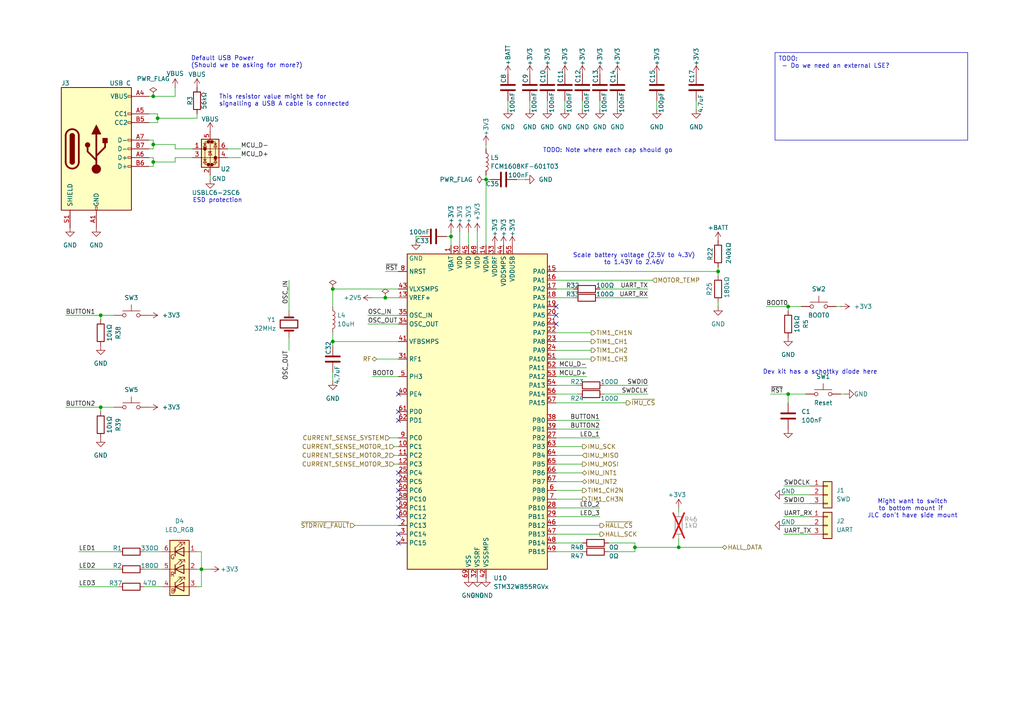
<source format=kicad_sch>
(kicad_sch (version 20250114) (generator "eeschema") (generator_version "9.0")
  (paper "A4")
  (lib_symbols
    (symbol "+BATT_1" (power) (pin_numbers (hide yes)) (pin_names (offset 0) (hide yes))
      (property "Value" "+BATT" (at 0 3.556 0))
      (symbol "+BATT_1_1_1"
        (pin power_in line (at 0 0 90) (length 0) (name "~") (number "1"))
      )
    )
    (symbol "Connector:USB_C_Receptacle_USB2.0_14P" (pin_names (offset 1.016))
      (property "Reference" "J" (at 0 22.225 0))
      (property "Value" "USB_C_Receptacle_USB2.0_14P" (at 0 19.685 0))
      (symbol "USB_C_Receptacle_USB2.0_14P_1_1"
        (pin passive line (at -7.62 -22.86 90) (length 5.08) (name "SHIELD") (number "S1"))
        (pin passive line (at 0 -22.86 90) (length 5.08) (name "GND") (number "A1"))
        (pin passive line (at 0 -22.86 90) (length 5.08) (hide yes) (name "GND") (number "A12"))
        (pin passive line (at 0 -22.86 90) (length 5.08) (hide yes) (name "GND") (number "B1"))
        (pin passive line (at 0 -22.86 90) (length 5.08) (hide yes) (name "GND") (number "B12"))
        (pin passive line (at 15.24 15.24 180) (length 5.08) (name "VBUS") (number "A4"))
        (pin passive line (at 15.24 15.24 180) (length 5.08) (hide yes) (name "VBUS") (number "A9"))
        (pin passive line (at 15.24 15.24 180) (length 5.08) (hide yes) (name "VBUS") (number "B4"))
        (pin passive line (at 15.24 15.24 180) (length 5.08) (hide yes) (name "VBUS") (number "B9"))
        (pin bidirectional line (at 15.24 10.16 180) (length 5.08) (name "CC1") (number "A5"))
        (pin bidirectional line (at 15.24 7.62 180) (length 5.08) (name "CC2") (number "B5"))
        (pin bidirectional line (at 15.24 2.54 180) (length 5.08) (name "D-") (number "A7"))
        (pin bidirectional line (at 15.24 0 180) (length 5.08) (name "D-") (number "B7"))
        (pin bidirectional line (at 15.24 -2.54 180) (length 5.08) (name "D+") (number "A6"))
        (pin bidirectional line (at 15.24 -5.08 180) (length 5.08) (name "D+") (number "B6"))
      )
    )
    (symbol "Connector_Generic:Conn_01x03" (pin_names (offset 1.016) (hide yes))
      (property "Reference" "J" (at 0 5.08 0))
      (property "Value" "Conn_01x03" (at 0 -5.08 0))
      (symbol "Conn_01x03_1_1"
        (pin passive line (at -5.08 2.54 0) (length 3.81) (name "Pin_1") (number "1"))
        (pin passive line (at -5.08 0 0) (length 3.81) (name "Pin_2") (number "2"))
        (pin passive line (at -5.08 -2.54 0) (length 3.81) (name "Pin_3") (number "3"))
      )
    )
    (symbol "Device:C" (pin_numbers (hide yes)) (pin_names (offset 0.254))
      (property "Reference" "C" (at 0.635 2.54 0))
      (property "Value" "C" (at 0.635 -2.54 0))
      (symbol "C_1_1"
        (pin passive line (at 0 3.81 270) (length 2.794) (name "~") (number "1"))
        (pin passive line (at 0 -3.81 90) (length 2.794) (name "~") (number "2"))
      )
    )
    (symbol "Device:Crystal" (pin_numbers (hide yes)) (pin_names (offset 1.016) (hide yes))
      (property "Reference" "Y" (at 0 3.81 0))
      (property "Value" "Crystal" (at 0 -3.81 0))
      (symbol "Crystal_1_1"
        (pin passive line (at -3.81 0 0) (length 1.27) (name "1") (number "1"))
        (pin passive line (at 3.81 0 180) (length 1.27) (name "2") (number "2"))
      )
    )
    (symbol "Device:L" (pin_numbers (hide yes)) (pin_names (offset 1.016) (hide yes))
      (property "Reference" "L" (at -1.27 0 90))
      (property "Value" "L" (at 1.905 0 90))
      (symbol "L_1_1"
        (pin passive line (at 0 3.81 270) (length 1.27) (name "1") (number "1"))
        (pin passive line (at 0 -3.81 90) (length 1.27) (name "2") (number "2"))
      )
    )
    (symbol "Device:R" (pin_numbers (hide yes)) (pin_names (offset 0))
      (property "Reference" "R" (at 2.032 0 90))
      (property "Value" "R" (at 0 0 90))
      (symbol "R_1_1"
        (pin passive line (at 0 3.81 270) (length 1.27) (name "~") (number "1"))
        (pin passive line (at 0 -3.81 90) (length 1.27) (name "~") (number "2"))
      )
    )
    (symbol "GND_1" (power) (pin_numbers (hide yes)) (pin_names (offset 0) (hide yes))
      (property "Value" "GND" (at 0 -3.81 0))
      (symbol "GND_1_1_1"
        (pin power_in line (at 0 0 270) (length 0) (name "~") (number "1"))
      )
    )
    (symbol "GND_2" (power) (pin_numbers (hide yes)) (pin_names (offset 0) (hide yes))
      (property "Value" "GND" (at 0 -3.81 0))
      (symbol "GND_2_1_1"
        (pin power_in line (at 0 0 270) (length 0) (name "~") (number "1"))
      )
    )
    (symbol "GND_3" (power) (pin_numbers (hide yes)) (pin_names (offset 0) (hide yes))
      (property "Value" "GND" (at 0 -3.81 0))
      (symbol "GND_3_1_1"
        (pin power_in line (at 0 0 270) (length 0) (name "~") (number "1"))
      )
    )
    (symbol "GND_4" (power) (pin_numbers (hide yes)) (pin_names (offset 0) (hide yes))
      (property "Value" "GND" (at 0 -3.81 0))
      (symbol "GND_4_1_1"
        (pin power_in line (at 0 0 270) (length 0) (name "~") (number "1"))
      )
    )
    (symbol "GND_5" (power) (pin_numbers (hide yes)) (pin_names (offset 0) (hide yes))
      (property "Value" "GND" (at 0 -3.81 0))
      (symbol "GND_5_1_1"
        (pin power_in line (at 0 0 270) (length 0) (name "~") (number "1"))
      )
    )
    (symbol "GND_6" (power) (pin_numbers (hide yes)) (pin_names (offset 0) (hide yes))
      (property "Value" "GND" (at 0 -3.81 0))
      (symbol "GND_6_1_1"
        (pin power_in line (at 0 0 270) (length 0) (name "~") (number "1"))
      )
    )
    (symbol "MCU_ST_STM32WB:STM32WB55RGVx"
      (property "Reference" "U" (at -20.32 46.99 0))
      (property "Value" "STM32WB55RGVx" (at 12.7 46.99 0))
      (symbol "STM32WB55RGVx_1_1"
        (pin input line (at -22.86 40.64 0) (length 2.54) (name "NRST") (number "8"))
        (pin power_in line (at -22.86 35.56 0) (length 2.54) (name "VLXSMPS") (number "43"))
        (pin input line (at -22.86 33.02 0) (length 2.54) (name "VREF+") (number "13"))
        (pin input line (at -22.86 27.94 0) (length 2.54) (name "OSC_IN") (number "35"))
        (pin input line (at -22.86 25.4 0) (length 2.54) (name "OSC_OUT") (number "34"))
        (pin input line (at -22.86 20.32 0) (length 2.54) (name "VFBSMPS") (number "41"))
        (pin bidirectional line (at -22.86 15.24 0) (length 2.54) (name "RF1") (number "31"))
        (pin bidirectional line (at -22.86 10.16 0) (length 2.54) (name "PH3") (number "5"))
        (pin bidirectional line (at -22.86 5.08 0) (length 2.54) (name "PE4") (number "40"))
        (pin bidirectional line (at -22.86 0 0) (length 2.54) (name "PD0") (number "61"))
        (pin bidirectional line (at -22.86 -2.54 0) (length 2.54) (name "PD1") (number "62"))
        (pin bidirectional line (at -22.86 -7.62 0) (length 2.54) (name "PC0") (number "9"))
        (pin bidirectional line (at -22.86 -10.16 0) (length 2.54) (name "PC1") (number "10"))
        (pin bidirectional line (at -22.86 -12.7 0) (length 2.54) (name "PC2") (number "11"))
        (pin bidirectional line (at -22.86 -15.24 0) (length 2.54) (name "PC3") (number "12"))
        (pin bidirectional line (at -22.86 -17.78 0) (length 2.54) (name "PC4") (number "25"))
        (pin bidirectional line (at -22.86 -20.32 0) (length 2.54) (name "PC5") (number "26"))
        (pin bidirectional line (at -22.86 -22.86 0) (length 2.54) (name "PC6") (number "50"))
        (pin bidirectional line (at -22.86 -25.4 0) (length 2.54) (name "PC10") (number "58"))
        (pin bidirectional line (at -22.86 -27.94 0) (length 2.54) (name "PC11") (number "59"))
        (pin bidirectional line (at -22.86 -30.48 0) (length 2.54) (name "PC12") (number "60"))
        (pin bidirectional line (at -22.86 -33.02 0) (length 2.54) (name "PC13") (number "2"))
        (pin bidirectional line (at -22.86 -35.56 0) (length 2.54) (name "PC14") (number "3"))
        (pin bidirectional line (at -22.86 -38.1 0) (length 2.54) (name "PC15") (number "4"))
        (pin no_connect line (at -20.32 -43.18 0) (length 2.54) (hide yes) (name "AT1") (number "37"))
        (pin no_connect line (at -20.32 -45.72 0) (length 2.54) (hide yes) (name "AT0") (number "36"))
        (pin power_in line (at -7.62 48.26 270) (length 2.54) (name "VBAT") (number "1"))
        (pin power_in line (at -5.08 48.26 270) (length 2.54) (name "VDD") (number "30"))
        (pin power_in line (at -2.54 48.26 270) (length 2.54) (name "VDD") (number "45"))
        (pin power_in line (at -2.54 -48.26 90) (length 2.54) (name "VSS") (number "69"))
        (pin power_in line (at 0 48.26 270) (length 2.54) (name "VDD") (number "68"))
        (pin power_in line (at 0 -48.26 90) (length 2.54) (name "VSSRF") (number "32"))
        (pin power_in line (at 2.54 48.26 270) (length 2.54) (name "VDDA") (number "14"))
        (pin power_in line (at 2.54 -48.26 90) (length 2.54) (name "VSSSMPS") (number "42"))
        (pin power_in line (at 5.08 48.26 270) (length 2.54) (name "VDDRF") (number "33"))
        (pin power_in line (at 7.62 48.26 270) (length 2.54) (name "VDDSMPS") (number "44"))
        (pin power_in line (at 10.16 48.26 270) (length 2.54) (name "VDDUSB") (number "55"))
        (pin bidirectional line (at 22.86 40.64 180) (length 2.54) (name "PA0") (number "15"))
        (pin bidirectional line (at 22.86 38.1 180) (length 2.54) (name "PA1") (number "16"))
        (pin bidirectional line (at 22.86 35.56 180) (length 2.54) (name "PA2") (number "17"))
        (pin bidirectional line (at 22.86 33.02 180) (length 2.54) (name "PA3") (number "18"))
        (pin bidirectional line (at 22.86 30.48 180) (length 2.54) (name "PA4") (number "19"))
        (pin bidirectional line (at 22.86 27.94 180) (length 2.54) (name "PA5") (number "20"))
        (pin bidirectional line (at 22.86 25.4 180) (length 2.54) (name "PA6") (number "21"))
        (pin bidirectional line (at 22.86 22.86 180) (length 2.54) (name "PA7") (number "22"))
        (pin bidirectional line (at 22.86 20.32 180) (length 2.54) (name "PA8") (number "23"))
        (pin bidirectional line (at 22.86 17.78 180) (length 2.54) (name "PA9") (number "24"))
        (pin bidirectional line (at 22.86 15.24 180) (length 2.54) (name "PA10") (number "51"))
        (pin bidirectional line (at 22.86 12.7 180) (length 2.54) (name "PA11") (number "52"))
        (pin bidirectional line (at 22.86 10.16 180) (length 2.54) (name "PA12") (number "53"))
        (pin bidirectional line (at 22.86 7.62 180) (length 2.54) (name "PA13") (number "54"))
        (pin bidirectional line (at 22.86 5.08 180) (length 2.54) (name "PA14") (number "56"))
        (pin bidirectional line (at 22.86 2.54 180) (length 2.54) (name "PA15") (number "57"))
        (pin bidirectional line (at 22.86 -2.54 180) (length 2.54) (name "PB0") (number "38"))
        (pin bidirectional line (at 22.86 -5.08 180) (length 2.54) (name "PB1") (number "39"))
        (pin bidirectional line (at 22.86 -7.62 180) (length 2.54) (name "PB2") (number "27"))
        (pin bidirectional line (at 22.86 -10.16 180) (length 2.54) (name "PB3") (number "63"))
        (pin bidirectional line (at 22.86 -12.7 180) (length 2.54) (name "PB4") (number "64"))
        (pin bidirectional line (at 22.86 -15.24 180) (length 2.54) (name "PB5") (number "65"))
        (pin bidirectional line (at 22.86 -17.78 180) (length 2.54) (name "PB6") (number "66"))
        (pin bidirectional line (at 22.86 -20.32 180) (length 2.54) (name "PB7") (number "67"))
        (pin bidirectional line (at 22.86 -22.86 180) (length 2.54) (name "PB8") (number "6"))
        (pin bidirectional line (at 22.86 -25.4 180) (length 2.54) (name "PB9") (number "7"))
        (pin bidirectional line (at 22.86 -27.94 180) (length 2.54) (name "PB10") (number "28"))
        (pin bidirectional line (at 22.86 -30.48 180) (length 2.54) (name "PB11") (number "29"))
        (pin bidirectional line (at 22.86 -33.02 180) (length 2.54) (name "PB12") (number "46"))
        (pin bidirectional line (at 22.86 -35.56 180) (length 2.54) (name "PB13") (number "47"))
        (pin bidirectional line (at 22.86 -38.1 180) (length 2.54) (name "PB14") (number "48"))
        (pin bidirectional line (at 22.86 -40.64 180) (length 2.54) (name "PB15") (number "49"))
      )
    )
    (symbol "Power_Protection:USBLC6-2SC6" (pin_names (hide yes))
      (property "Reference" "U" (at 0.635 5.715 0))
      (property "Value" "USBLC6-2SC6" (at 0.635 3.81 0))
      (symbol "USBLC6-2SC6_1_1"
        (pin passive line (at -5.08 0 0) (length 2.54) (name "I/O1") (number "1"))
        (pin passive line (at -5.08 -2.54 0) (length 2.54) (name "I/O2") (number "3"))
        (pin passive line (at 0 5.08 270) (length 2.54) (name "VBUS") (number "5"))
        (pin passive line (at 0 -7.62 90) (length 2.54) (name "GND") (number "2"))
        (pin passive line (at 5.08 0 180) (length 2.54) (name "I/O1") (number "6"))
        (pin passive line (at 5.08 -2.54 180) (length 2.54) (name "I/O2") (number "4"))
      )
    )
    (symbol "Switch:SW_Push" (pin_numbers (hide yes)) (pin_names (offset 1.016) (hide yes))
      (property "Reference" "SW" (at 1.27 2.54 0))
      (property "Value" "SW_Push" (at 0 -1.524 0))
      (symbol "SW_Push_0_1"
        (pin passive line (at -5.08 0 0) (length 2.54) (name "1") (number "1"))
        (pin passive line (at 5.08 0 180) (length 2.54) (name "2") (number "2"))
      )
    )
    (symbol "VBUS_1" (power) (pin_numbers (hide yes)) (pin_names (offset 0) (hide yes))
      (property "Value" "VBUS" (at 0 3.556 0))
      (symbol "VBUS_1_1_1"
        (pin power_in line (at 0 0 90) (length 0) (name "~") (number "1"))
      )
    )
    (symbol "lib:LED_RGB" (pin_names (offset 0) (hide yes))
      (property "Reference" "D" (at 0 9.398 0))
      (property "Value" "LED_RGB" (at 0 -8.89 0))
      (symbol "LED_RGB_0_0"
        (text "G" (at -2.032 3.556 0) (effects (font (size 1.27 1.27))))
        (text "R" (at -2.032 -1.524 0) (effects (font (size 1.27 1.27))))
        (text "B" (at -1.905 -6.35 0) (effects (font (size 1.27 1.27))))
      )
      (symbol "LED_RGB_1_1"
        (pin passive line (at -5.08 5.08 0) (length 2.54) (name "GK") (number "6"))
        (pin passive line (at -5.08 0 0) (length 2.54) (name "RK") (number "5"))
        (pin passive line (at -5.08 -5.08 0) (length 2.54) (name "BK") (number "4"))
        (pin passive line (at 5.08 5.08 180) (length 2.54) (name "GA") (number "1"))
        (pin passive line (at 5.08 0 180) (length 2.54) (name "RA") (number "2"))
        (pin passive line (at 5.08 -5.08 180) (length 2.54) (name "BA") (number "3"))
      )
    )
    (symbol "power:+2V5" (power) (pin_numbers (hide yes)) (pin_names (offset 0) (hide yes))
      (property "Value" "+2V5" (at 0 3.556 0))
      (symbol "+2V5_1_1"
        (pin power_in line (at 0 0 90) (length 0) (name "~") (number "1"))
      )
    )
    (symbol "power:+3V3" (power) (pin_numbers (hide yes)) (pin_names (offset 0) (hide yes))
      (property "Value" "+3V3" (at 0 3.556 0))
      (symbol "+3V3_1_1"
        (pin power_in line (at 0 0 90) (length 0) (name "~") (number "1"))
      )
    )
    (symbol "power:+BATT" (power) (pin_numbers (hide yes)) (pin_names (offset 0) (hide yes))
      (property "Value" "+BATT" (at 0 3.556 0))
      (symbol "+BATT_1_1"
        (pin power_in line (at 0 0 90) (length 0) (name "~") (number "1"))
      )
    )
    (symbol "power:GND" (power) (pin_numbers (hide yes)) (pin_names (offset 0) (hide yes))
      (property "Value" "GND" (at 0 -3.81 0))
      (symbol "GND_1_1"
        (pin power_in line (at 0 0 270) (length 0) (name "~") (number "1"))
      )
    )
    (symbol "power:PWR_FLAG" (power) (pin_numbers (hide yes)) (pin_names (offset 0) (hide yes))
      (property "Value" "PWR_FLAG" (at 0 3.81 0))
      (symbol "PWR_FLAG_0_0"
        (pin power_out line (at 0 0 90) (length 0) (name "~") (number "1"))
      )
    )
  )
  (text "TODO: Note where each cap should go" (at 176.276 43.688 0) (effects (font (size 1.27 1.27))))
  (text "Might want to switch\nto bottom mount if \nJLC don't have side mount" (at 264.668 147.574 0) (effects (font (size 1.27 1.27))))
  (text "Default USB Power\n(Should we be asking for more?)" (at 55.372 19.812 0) (effects (font (size 1.27 1.27)) (justify left bottom)))
  (text "This resistor value might be for\nsignalling a USB A cable is connected" (at 63.5 29.21 0) (effects (font (size 1.27 1.27)) (justify left)))
  (text "Scale battery voltage (2.5V to 4.3V)\nto 1.43V to 2.46V" (at 183.896 75.184 0) (effects (font (size 1.27 1.27))))
  (text "ESD protection\n" (at 55.88 58.928 0) (effects (font (size 1.27 1.27)) (justify left bottom)))
  (text "Dev kit has a schottky diode here" (at 221.234 108.712 0) (effects (font (size 1.27 1.27)) (justify left bottom)))
  (text_box "TODO:\n - Do we need an external LSE?" (at 224.79 15.24 0) (size 55.88 25.4) (margins 0.9525 0.9525 0.9525 0.9525) (effects (font (size 1.27 1.27)) (justify left top)))
  (junction (at 228.6 114.3))
  (junction (at 96.52 99.06))
  (junction (at 184.15 158.75))
  (junction (at 29.21 118.11))
  (junction (at 130.81 68.58))
  (junction (at 29.21 91.44))
  (junction (at 140.97 52.07))
  (junction (at 58.42 165.1))
  (junction (at 45.72 34.29))
  (junction (at 44.45 46.99))
  (junction (at 196.85 158.75))
  (junction (at 228.6 88.9))
  (junction (at 111.76 86.36))
  (junction (at 208.28 78.74))
  (junction (at 44.45 27.94))
  (junction (at 96.52 83.82))
  (junction (at 44.45 41.91))
  (no_connect (at 115.57 154.94))
  (no_connect (at 115.57 137.16))
  (no_connect (at 115.57 144.78))
  (no_connect (at 115.57 142.24))
  (no_connect (at 161.29 93.98))
  (no_connect (at 115.57 139.7))
  (no_connect (at 115.57 119.38))
  (no_connect (at 115.57 149.86))
  (no_connect (at 115.57 114.3))
  (no_connect (at 115.57 147.32))
  (no_connect (at 161.29 91.44))
  (no_connect (at 161.29 88.9))
  (no_connect (at 115.57 121.92))
  (no_connect (at 115.57 157.48))
  (wire (pts (xy 60.96 52.07) (xy 60.96 50.8)))
  (wire (pts (xy 114.3 132.08) (xy 115.57 132.08)))
  (wire (pts (xy 45.72 34.29) (xy 45.72 35.56)))
  (wire (pts (xy 41.91 165.1) (xy 46.99 165.1)))
  (wire (pts (xy 140.97 41.91) (xy 140.97 43.18)))
  (wire (pts (xy 45.72 33.02) (xy 45.72 34.29)))
  (wire (pts (xy 227.33 149.86) (xy 234.95 149.86)))
  (wire (pts (xy 107.95 86.36) (xy 111.76 86.36)))
  (wire (pts (xy 223.52 114.3) (xy 228.6 114.3)))
  (wire (pts (xy 41.91 160.02) (xy 46.99 160.02)))
  (wire (pts (xy 57.15 170.18) (xy 58.42 170.18)))
  (wire (pts (xy 44.45 27.94) (xy 50.8 27.94)))
  (wire (pts (xy 161.29 99.06) (xy 171.45 99.06)))
  (wire (pts (xy 34.29 170.18) (xy 22.86 170.18)))
  (wire (pts (xy 120.65 68.58) (xy 120.65 69.85)))
  (wire (pts (xy 222.25 88.9) (xy 228.6 88.9)))
  (wire (pts (xy 173.99 83.82) (xy 187.96 83.82)))
  (wire (pts (xy 57.15 165.1) (xy 58.42 165.1)))
  (wire (pts (xy 34.29 160.02) (xy 22.86 160.02)))
  (wire (pts (xy 57.15 34.29) (xy 57.15 33.02)))
  (wire (pts (xy 29.21 91.44) (xy 33.02 91.44)))
  (wire (pts (xy 29.21 118.11) (xy 29.21 119.38)))
  (wire (pts (xy 243.84 88.9) (xy 242.57 88.9)))
  (wire (pts (xy 106.68 93.98) (xy 115.57 93.98)))
  (wire (pts (xy 120.65 68.58) (xy 121.92 68.58)))
  (wire (pts (xy 228.6 114.3) (xy 228.6 116.84)))
  (wire (pts (xy 43.18 33.02) (xy 45.72 33.02)))
  (wire (pts (xy 161.29 83.82) (xy 166.37 83.82)))
  (wire (pts (xy 228.6 88.9) (xy 232.41 88.9)))
  (wire (pts (xy 161.29 127) (xy 173.99 127)))
  (wire (pts (xy 55.88 43.18) (xy 50.8 43.18)))
  (wire (pts (xy 142.24 52.07) (xy 140.97 52.07)))
  (wire (pts (xy 107.95 109.22) (xy 115.57 109.22)))
  (wire (pts (xy 96.52 83.82) (xy 115.57 83.82)))
  (wire (pts (xy 161.29 149.86) (xy 173.99 149.86)))
  (wire (pts (xy 19.05 91.44) (xy 29.21 91.44)))
  (wire (pts (xy 161.29 154.94) (xy 173.99 154.94)))
  (wire (pts (xy 176.53 157.48) (xy 184.15 157.48)))
  (wire (pts (xy 228.6 114.3) (xy 233.68 114.3)))
  (wire (pts (xy 196.85 147.32) (xy 196.85 148.59)))
  (wire (pts (xy 227.33 146.05) (xy 234.95 146.05)))
  (wire (pts (xy 161.29 137.16) (xy 168.91 137.16)))
  (wire (pts (xy 111.76 78.74) (xy 115.57 78.74)))
  (wire (pts (xy 161.29 124.46) (xy 173.99 124.46)))
  (wire (pts (xy 163.83 31.75) (xy 163.83 29.21)))
  (wire (pts (xy 196.85 158.75) (xy 209.55 158.75)))
  (wire (pts (xy 57.15 160.02) (xy 58.42 160.02)))
  (wire (pts (xy 44.45 41.91) (xy 50.8 41.91)))
  (wire (pts (xy 245.11 114.3) (xy 243.84 114.3)))
  (wire (pts (xy 208.28 77.47) (xy 208.28 78.74)))
  (wire (pts (xy 50.8 45.72) (xy 55.88 45.72)))
  (wire (pts (xy 161.29 86.36) (xy 166.37 86.36)))
  (wire (pts (xy 184.15 158.75) (xy 196.85 158.75)))
  (wire (pts (xy 102.87 152.4) (xy 115.57 152.4)))
  (wire (pts (xy 45.72 35.56) (xy 43.18 35.56)))
  (wire (pts (xy 161.29 129.54) (xy 168.91 129.54)))
  (wire (pts (xy 161.29 114.3) (xy 167.64 114.3)))
  (wire (pts (xy 44.45 46.99) (xy 50.8 46.99)))
  (wire (pts (xy 190.5 31.75) (xy 190.5 29.21)))
  (wire (pts (xy 227.33 140.97) (xy 234.95 140.97)))
  (wire (pts (xy 135.89 67.31) (xy 135.89 71.12)))
  (wire (pts (xy 96.52 110.49) (xy 96.52 107.95)))
  (wire (pts (xy 130.81 68.58) (xy 130.81 71.12)))
  (wire (pts (xy 44.45 45.72) (xy 44.45 46.99)))
  (wire (pts (xy 50.8 43.18) (xy 50.8 41.91)))
  (wire (pts (xy 69.85 43.18) (xy 66.04 43.18)))
  (wire (pts (xy 114.3 134.62) (xy 115.57 134.62)))
  (wire (pts (xy 161.29 152.4) (xy 173.99 152.4)))
  (wire (pts (xy 44.45 41.91) (xy 44.45 43.18)))
  (wire (pts (xy 153.67 31.75) (xy 153.67 29.21)))
  (wire (pts (xy 69.85 45.72) (xy 66.04 45.72)))
  (wire (pts (xy 29.21 118.11) (xy 33.02 118.11)))
  (wire (pts (xy 161.29 104.14) (xy 171.45 104.14)))
  (wire (pts (xy 96.52 99.06) (xy 96.52 100.33)))
  (wire (pts (xy 43.18 48.26) (xy 44.45 48.26)))
  (wire (pts (xy 208.28 80.01) (xy 208.28 78.74)))
  (wire (pts (xy 176.53 160.02) (xy 184.15 160.02)))
  (wire (pts (xy 96.52 99.06) (xy 115.57 99.06)))
  (wire (pts (xy 58.42 160.02) (xy 58.42 165.1)))
  (wire (pts (xy 161.29 109.22) (xy 170.18 109.22)))
  (wire (pts (xy 138.43 67.31) (xy 138.43 71.12)))
  (wire (pts (xy 173.99 31.75) (xy 173.99 29.21)))
  (wire (pts (xy 29.21 91.44) (xy 29.21 92.71)))
  (wire (pts (xy 44.45 40.64) (xy 44.45 41.91)))
  (wire (pts (xy 43.18 43.18) (xy 44.45 43.18)))
  (wire (pts (xy 175.26 111.76) (xy 187.96 111.76)))
  (wire (pts (xy 161.29 132.08) (xy 168.91 132.08)))
  (wire (pts (xy 83.82 81.28) (xy 83.82 90.17)))
  (wire (pts (xy 161.29 101.6) (xy 171.45 101.6)))
  (wire (pts (xy 50.8 27.94) (xy 50.8 25.4)))
  (wire (pts (xy 168.91 31.75) (xy 168.91 29.21)))
  (wire (pts (xy 83.82 97.79) (xy 83.82 101.6)))
  (wire (pts (xy 179.07 31.75) (xy 179.07 29.21)))
  (wire (pts (xy 227.33 143.51) (xy 234.95 143.51)))
  (wire (pts (xy 114.3 129.54) (xy 115.57 129.54)))
  (wire (pts (xy 161.29 160.02) (xy 168.91 160.02)))
  (wire (pts (xy 45.72 34.29) (xy 57.15 34.29)))
  (wire (pts (xy 184.15 158.75) (xy 184.15 160.02)))
  (wire (pts (xy 161.29 111.76) (xy 167.64 111.76)))
  (wire (pts (xy 227.33 154.94) (xy 234.95 154.94)))
  (wire (pts (xy 106.68 91.44) (xy 115.57 91.44)))
  (wire (pts (xy 113.03 127) (xy 115.57 127)))
  (wire (pts (xy 161.29 147.32) (xy 173.99 147.32)))
  (wire (pts (xy 19.05 118.11) (xy 29.21 118.11)))
  (wire (pts (xy 44.45 46.99) (xy 44.45 48.26)))
  (wire (pts (xy 161.29 121.92) (xy 173.99 121.92)))
  (wire (pts (xy 129.54 68.58) (xy 130.81 68.58)))
  (wire (pts (xy 161.29 142.24) (xy 168.91 142.24)))
  (wire (pts (xy 58.42 165.1) (xy 58.42 170.18)))
  (wire (pts (xy 96.52 83.82) (xy 96.52 88.9)))
  (wire (pts (xy 41.91 170.18) (xy 46.99 170.18)))
  (wire (pts (xy 140.97 50.8) (xy 140.97 52.07)))
  (wire (pts (xy 43.18 45.72) (xy 44.45 45.72)))
  (wire (pts (xy 161.29 81.28) (xy 189.23 81.28)))
  (wire (pts (xy 43.18 27.94) (xy 44.45 27.94)))
  (wire (pts (xy 44.45 40.64) (xy 43.18 40.64)))
  (wire (pts (xy 140.97 52.07) (xy 140.97 71.12)))
  (wire (pts (xy 158.75 31.75) (xy 158.75 29.21)))
  (wire (pts (xy 201.93 31.75) (xy 201.93 29.21)))
  (wire (pts (xy 161.29 116.84) (xy 181.61 116.84)))
  (wire (pts (xy 133.35 67.31) (xy 133.35 71.12)))
  (wire (pts (xy 208.28 88.9) (xy 208.28 87.63)))
  (wire (pts (xy 175.26 114.3) (xy 187.96 114.3)))
  (wire (pts (xy 152.4 52.07) (xy 149.86 52.07)))
  (wire (pts (xy 109.22 104.14) (xy 115.57 104.14)))
  (wire (pts (xy 130.81 67.31) (xy 130.81 68.58)))
  (wire (pts (xy 50.8 46.99) (xy 50.8 45.72)))
  (wire (pts (xy 161.29 144.78) (xy 168.91 144.78)))
  (wire (pts (xy 227.33 152.4) (xy 234.95 152.4)))
  (wire (pts (xy 111.76 86.36) (xy 115.57 86.36)))
  (wire (pts (xy 161.29 78.74) (xy 208.28 78.74)))
  (wire (pts (xy 161.29 139.7) (xy 168.91 139.7)))
  (wire (pts (xy 228.6 88.9) (xy 228.6 90.17)))
  (wire (pts (xy 184.15 157.48) (xy 184.15 158.75)))
  (wire (pts (xy 196.85 156.21) (xy 196.85 158.75)))
  (wire (pts (xy 147.32 31.75) (xy 147.32 29.21)))
  (wire (pts (xy 161.29 96.52) (xy 171.45 96.52)))
  (wire (pts (xy 58.42 165.1) (xy 60.96 165.1)))
  (wire (pts (xy 96.52 96.52) (xy 96.52 99.06)))
  (wire (pts (xy 161.29 157.48) (xy 168.91 157.48)))
  (wire (pts (xy 168.91 134.62) (xy 161.29 134.62)))
  (wire (pts (xy 34.29 165.1) (xy 22.86 165.1)))
  (wire (pts (xy 173.99 86.36) (xy 187.96 86.36)))
  (wire (pts (xy 161.29 106.68) (xy 170.18 106.68)))
  (label "LED_2" (at 173.99 147.32 180))
  (label "MCU_D+" (at 69.85 45.72 0))
  (label "SWDIO" (at 227.33 146.05 0))
  (label "OSC_IN" (at 106.68 91.44 0))
  (label "UART_RX" (at 227.33 149.86 0))
  (label "MCU_D-" (at 69.85 43.18 0))
  (label "SWDCLK" (at 187.96 114.3 180))
  (label "BUTTON1" (at 19.05 91.44 0))
  (label "OSC_IN" (at 83.82 81.28 270))
  (label "BUTTON2" (at 19.05 118.11 0))
  (label "BOOT0" (at 107.95 109.22 0))
  (label "UART_RX" (at 187.96 86.36 180))
  (label "OSC_OUT" (at 106.68 93.98 0))
  (label "LED2" (at 22.86 165.1 0))
  (label "~{RST}" (at 223.52 114.3 0))
  (label "SWDIO" (at 187.96 111.76 180))
  (label "UART_TX" (at 227.33 154.94 0))
  (label "BUTTON1" (at 173.99 121.92 180))
  (label "UART_TX" (at 187.96 83.82 180))
  (label "MCU_D-" (at 170.18 106.68 180))
  (label "BOOT0" (at 222.25 88.9 0))
  (label "LED_3" (at 173.99 149.86 180))
  (label "LED_1" (at 173.99 127 180))
  (label "BUTTON2" (at 173.99 124.46 180))
  (label "LED1" (at 22.86 160.02 0))
  (label "SWDCLK" (at 227.33 140.97 0))
  (label "OSC_OUT" (at 83.82 101.6 270))
  (label "MCU_D+" (at 170.18 109.22 180))
  (label "~{RST}" (at 111.76 78.74 0))
  (label "LED3" (at 22.86 170.18 0))
  (hierarchical_label "TIM1_CH2N" (shape output) (at 168.91 142.24 0))
  (hierarchical_label "TIM1_CH1" (shape output) (at 171.45 99.06 0))
  (hierarchical_label "IMU_INT1" (shape bidirectional) (at 168.91 137.16 0))
  (hierarchical_label "~{HALL_CS}" (shape output) (at 173.99 152.4 0))
  (hierarchical_label "IMU_SCK" (shape output) (at 168.91 129.54 0))
  (hierarchical_label "IMU_INT2" (shape bidirectional) (at 168.91 139.7 0))
  (hierarchical_label "IMU_MOSI" (shape output) (at 168.91 134.62 0))
  (hierarchical_label "TIM1_CH3" (shape output) (at 171.45 104.14 0))
  (hierarchical_label "HALL_DATA" (shape bidirectional) (at 209.55 158.75 0))
  (hierarchical_label "~{IMU_CS}" (shape output) (at 181.61 116.84 0))
  (hierarchical_label "RF" (shape bidirectional) (at 109.22 104.14 180))
  (hierarchical_label "TIM1_CH1N" (shape output) (at 171.45 96.52 0))
  (hierarchical_label "CURRENT_SENSE_MOTOR_1" (shape input) (at 114.3 129.54 180))
  (hierarchical_label "CURRENT_SENSE_MOTOR_2" (shape input) (at 114.3 132.08 180))
  (hierarchical_label "HALL_SCK" (shape output) (at 173.99 154.94 0))
  (hierarchical_label "TIM1_CH3N" (shape output) (at 168.91 144.78 0))
  (hierarchical_label "CURRENT_SENSE_MOTOR_3" (shape input) (at 114.3 134.62 180))
  (hierarchical_label "MOTOR_TEMP" (shape input) (at 189.23 81.28 0))
  (hierarchical_label "TIM1_CH2" (shape output) (at 171.45 101.6 0))
  (hierarchical_label "~{STDRIVE_FAULT}" (shape input) (at 102.87 152.4 180))
  (hierarchical_label "IMU_MISO" (shape input) (at 168.91 132.08 0))
  (hierarchical_label "CURRENT_SENSE_SYSTEM" (shape input) (at 113.03 127 180))
  (symbol (lib_name "GND_6") (lib_id "power:GND") (at 227.33 152.4 270) (unit 1)
    (property "Reference" "#PWR02" (effects (hide yes)))
    (property "Value" "GND" (at 230.632 151.384 90) (effects (justify right)))
    (property "Description" "Power symbol creates a global label with name \"GND\" , ground" (effects (hide yes)))
  )
  (symbol (lib_id "Device:R") (at 38.1 160.02 90) (unit 1)
    (property "Reference" "R1" (at 34.036 159.004 90))
    (property "Value" "330Ω" (at 43.434 159.004 90))
    (property "Footprint" "Resistor_SMD:R_0402_1005Metric" (effects (hide yes)))
  )
  (symbol (lib_id "Device:R") (at 172.72 160.02 90) (unit 1)
    (property "Reference" "R47" (at 167.386 161.29 90))
    (property "Value" "0Ω" (at 178.054 161.29 90))
    (property "Footprint" "Resistor_SMD:R_0402_1005Metric" (effects (hide yes)))
  )
  (symbol (lib_id "Device:R") (at 172.72 157.48 90) (unit 1)
    (property "Reference" "R48" (at 167.386 158.75 90))
    (property "Value" "0Ω" (at 178.054 158.75 90))
    (property "Footprint" "Resistor_SMD:R_0402_1005Metric" (effects (hide yes)))
  )
  (symbol (lib_id "power:+3V3") (at 146.05 71.12 0) (unit 1)
    (property "Reference" "#PWR0104" (effects (hide yes)))
    (property "Value" "+3V3" (at 146.05 66.04 90))
    (property "Description" "Power symbol creates a global label with name \"+3V3\"" (effects (hide yes)))
  )
  (symbol (lib_id "Device:R") (at 228.6 93.98 180) (unit 1)
    (property "Reference" "R5" (at 233.68 93.98 90))
    (property "Value" "10kΩ" (at 231.14 93.98 90))
    (property "Footprint" "Resistor_SMD:R_0402_1005Metric" (effects (hide yes)))
  )
  (symbol (lib_id "Connector:USB_C_Receptacle_USB2.0_14P") (at 27.94 43.18 0) (unit 1)
    (property "Reference" "J3" (at 17.78 24.13 0) (effects (justify left)))
    (property "Value" "USB C" (at 31.75 24.13 0) (effects (justify left)))
    (property "Datasheet" "https://www.usb.org/sites/default/files/documents/usb_type-c.zip" (effects (hide yes)))
  )
  (symbol (lib_id "power:+3V3") (at 243.84 88.9 270) (unit 1)
    (property "Reference" "#PWR027" (effects (hide yes)))
    (property "Value" "+3V3" (at 247.65 88.8999 90) (effects (justify left)))
    (property "Description" "Power symbol creates a global label with name \"+3V3\"" (effects (hide yes)))
  )
  (symbol (lib_name "GND_1") (lib_id "power:GND") (at 179.07 31.75 0) (unit 1)
    (property "Reference" "#PWR046" (effects (hide yes)))
    (property "Value" "GND" (at 179.07 36.83 0))
    (property "Description" "Power symbol creates a global label with name \"GND\" , ground" (effects (hide yes)))
  )
  (symbol (lib_name "+BATT_1") (lib_id "power:+BATT") (at 147.32 21.59 0) (unit 1)
    (property "Reference" "#PWR030" (effects (hide yes)))
    (property "Value" "+BATT" (at 147.32 16.002 90))
    (property "Description" "Power symbol creates a global label with name \"+BATT\"" (effects (hide yes)))
  )
  (symbol (lib_id "Device:C") (at 125.73 68.58 90) (unit 1)
    (property "Reference" "C33" (at 124.46 69.85 90) (effects (justify left)))
    (property "Value" "100nF" (at 124.714 67.31 90) (effects (justify left)))
    (property "Footprint" "Capacitor_SMD:C_0402_1005Metric" (effects (hide yes)))
  )
  (symbol (lib_name "GND_1") (lib_id "power:GND") (at 228.6 97.79 0) (unit 1)
    (property "Reference" "#PWR090" (effects (hide yes)))
    (property "Value" "GND" (at 228.6 102.87 0))
    (property "Description" "Power symbol creates a global label with name \"GND\" , ground" (effects (hide yes)))
  )
  (symbol (lib_id "Device:C") (at 158.75 25.4 0) (unit 1)
    (property "Reference" "C10" (at 157.48 24.13 90) (effects (justify left)))
    (property "Value" "100nF" (at 160.02 32.766 90) (effects (justify left)))
    (property "Footprint" "Capacitor_SMD:C_0402_1005Metric" (effects (hide yes)))
  )
  (symbol (lib_id "Device:C") (at 163.83 25.4 0) (unit 1)
    (property "Reference" "C11" (at 162.56 24.13 90) (effects (justify left)))
    (property "Value" "100nF" (at 165.1 32.766 90) (effects (justify left)))
    (property "Footprint" "Capacitor_SMD:C_0402_1005Metric" (effects (hide yes)))
  )
  (symbol (lib_id "Switch:SW_Push") (at 238.76 114.3 0) (unit 1)
    (property "Reference" "SW1" (at 238.76 109.22 0))
    (property "Value" "Reset" (at 238.76 116.84 0))
  )
  (symbol (lib_id "power:GND") (at 135.89 167.64 0) (unit 1)
    (property "Reference" "#PWR019" (effects (hide yes)))
    (property "Value" "GND" (at 135.89 172.72 0))
    (property "Description" "Power symbol creates a global label with name \"GND\" , ground" (effects (hide yes)))
  )
  (symbol (lib_name "GND_1") (lib_id "power:GND") (at 60.96 52.07 0) (unit 1)
    (property "Reference" "#PWR056" (effects (hide yes)))
    (property "Value" "GND" (at 63.5 51.816 0))
    (property "Description" "Power symbol creates a global label with name \"GND\" , ground" (effects (hide yes)))
  )
  (symbol (lib_id "power:+3V3") (at 179.07 21.59 0) (unit 1)
    (property "Reference" "#PWR045" (effects (hide yes)))
    (property "Value" "+3V3" (at 179.07 16.51 90))
    (property "Description" "Power symbol creates a global label with name \"+3V3\"" (effects (hide yes)))
  )
  (symbol (lib_id "Device:C") (at 201.93 25.4 0) (unit 1)
    (property "Reference" "C17" (at 200.66 24.13 90) (effects (justify left)))
    (property "Value" "4.7uF" (at 203.2 32.766 90) (effects (justify left)))
    (property "Footprint" "Capacitor_SMD:C_0402_1005Metric" (effects (hide yes)))
    (property "Description" "VDDSMPS" (effects (hide yes)))
  )
  (symbol (lib_id "power:+3V3") (at 196.85 147.32 0) (unit 1)
    (property "Reference" "#PWR0115" (effects (hide yes)))
    (property "Value" "+3V3" (at 196.342 143.51 0))
    (property "Description" "Power symbol creates a global label with name \"+3V3\"" (effects (hide yes)))
  )
  (symbol (lib_name "GND_1") (lib_id "power:GND") (at 152.4 52.07 90) (unit 1)
    (property "Reference" "#PWR0106" (effects (hide yes)))
    (property "Value" "GND" (at 156.21 52.0699 90) (effects (justify right)))
    (property "Description" "Power symbol creates a global label with name \"GND\" , ground" (effects (hide yes)))
  )
  (symbol (lib_id "power:+3V3") (at 143.51 71.12 0) (unit 1)
    (property "Reference" "#PWR0103" (effects (hide yes)))
    (property "Value" "+3V3" (at 143.51 66.04 90))
    (property "Description" "Power symbol creates a global label with name \"+3V3\"" (effects (hide yes)))
  )
  (symbol (lib_name "GND_1") (lib_id "power:GND") (at 158.75 31.75 0) (unit 1)
    (property "Reference" "#PWR037" (effects (hide yes)))
    (property "Value" "GND" (at 158.75 36.83 0))
    (property "Description" "Power symbol creates a global label with name \"GND\" , ground" (effects (hide yes)))
  )
  (symbol (lib_id "power:+3V3") (at 153.67 21.59 0) (unit 1)
    (property "Reference" "#PWR034" (effects (hide yes)))
    (property "Value" "+3V3" (at 153.67 16.51 90))
    (property "Description" "Power symbol creates a global label with name \"+3V3\"" (effects (hide yes)))
  )
  (symbol (lib_id "Device:R") (at 38.1 165.1 90) (unit 1)
    (property "Reference" "R2" (at 34.036 164.084 90))
    (property "Value" "180Ω" (at 43.434 164.084 90))
    (property "Footprint" "Resistor_SMD:R_0402_1005Metric" (effects (hide yes)))
  )
  (symbol (lib_name "GND_2") (lib_id "power:GND") (at 29.21 127 0) (unit 1)
    (property "Reference" "#PWR0109" (effects (hide yes)))
    (property "Value" "GND" (at 29.21 132.08 0))
    (property "Description" "Power symbol creates a global label with name \"GND\" , ground" (effects (hide yes)))
  )
  (symbol (lib_id "MCU_ST_STM32WB:STM32WB55RGVx") (at 138.43 119.38 0) (unit 1)
    (property "Reference" "U10" (at 143.1133 167.64 0) (effects (justify left)))
    (property "Value" "STM32WB55RGVx" (at 143.1133 170.18 0) (effects (justify left)))
    (property "Footprint" "Package_DFN_QFN:QFN-68-1EP_8x8mm_P0.4mm_EP6.4x6.4mm" (effects (hide yes)))
    (property "Datasheet" "https://www.st.com/resource/en/datasheet/stm32wb55rg.pdf" (effects (hide yes)))
    (property "Description" "STMicroelectronics Arm Cortex-M4 MCU, 1024KB flash, 256KB RAM, 64 MHz, 1.71-3.6V, 49 GPIO, VFQFPN68" (effects (hide yes)))
  )
  (symbol (lib_id "Device:L") (at 96.52 92.71 0) (unit 1)
    (property "Reference" "L4" (at 97.79 91.4399 0) (effects (justify left)))
    (property "Value" "10uH" (at 97.79 93.9799 0) (effects (justify left)))
    (property "Footprint" "Inductor_SMD:L_0603_1608Metric" (effects (hide yes)))
    (property "Description" "Inductor" (effects (hide yes)))
  )
  (symbol (lib_name "GND_1") (lib_id "power:GND") (at 168.91 31.75 0) (unit 1)
    (property "Reference" "#PWR041" (effects (hide yes)))
    (property "Value" "GND" (at 168.91 36.83 0))
    (property "Description" "Power symbol creates a global label with name \"GND\" , ground" (effects (hide yes)))
  )
  (symbol (lib_id "Device:R") (at 170.18 86.36 90) (unit 1)
    (property "Reference" "R33" (at 166.116 85.344 90))
    (property "Value" "100Ω" (at 175.514 85.344 90))
    (property "Footprint" "Resistor_SMD:R_0402_1005Metric" (effects (hide yes)))
  )
  (symbol (lib_id "power:+3V3") (at 43.18 118.11 270) (unit 1)
    (property "Reference" "#PWR0110" (effects (hide yes)))
    (property "Value" "+3V3" (at 46.99 118.1099 90) (effects (justify left)))
    (property "Description" "Power symbol creates a global label with name \"+3V3\"" (effects (hide yes)))
  )
  (symbol (lib_name "GND_1") (lib_id "power:GND") (at 27.94 66.04 0) (unit 1)
    (property "Reference" "#PWR06" (effects (hide yes)))
    (property "Value" "GND" (at 27.94 71.12 0))
    (property "Description" "Power symbol creates a global label with name \"GND\" , ground" (effects (hide yes)))
  )
  (symbol (lib_id "lib:LED_RGB") (at 52.07 165.1 0) (unit 1)
    (property "Reference" "D4" (at 52.07 151.13 0))
    (property "Value" "LED_RGB" (at 52.07 153.67 0))
    (property "Footprint" "LED_SMD:LED_RGB_5050-6" (effects (hide yes)))
    (property "Datasheet" "https://jlcpcb.com/api/file/downloadByFileSystemAccessId/8558290373673050112" (effects (hide yes)))
    (property "Description" "RGB LED, 6 pin package" (effects (hide yes)))
  )
  (symbol (lib_id "power:GND") (at 138.43 167.64 0) (unit 1)
    (property "Reference" "#PWR020" (effects (hide yes)))
    (property "Value" "GND" (at 138.43 172.72 0))
    (property "Description" "Power symbol creates a global label with name \"GND\" , ground" (effects (hide yes)))
  )
  (symbol (lib_name "GND_1") (lib_id "power:GND") (at 20.32 66.04 0) (unit 1)
    (property "Reference" "#PWR05" (effects (hide yes)))
    (property "Value" "GND" (at 20.32 71.12 0))
    (property "Description" "Power symbol creates a global label with name \"GND\" , ground" (effects (hide yes)))
  )
  (symbol (lib_name "VBUS_1") (lib_id "power:VBUS") (at 60.96 38.1 0) (unit 1)
    (property "Reference" "#PWR012" (effects (hide yes)))
    (property "Value" "VBUS" (at 60.96 34.544 0))
    (property "Description" "Power symbol creates a global label with name \"VBUS\"" (effects (hide yes)))
  )
  (symbol (lib_id "Device:C") (at 168.91 25.4 0) (unit 1)
    (property "Reference" "C12" (at 167.64 24.13 90) (effects (justify left)))
    (property "Value" "100nF" (at 170.18 32.766 90) (effects (justify left)))
    (property "Footprint" "Capacitor_SMD:C_0402_1005Metric" (effects (hide yes)))
  )
  (symbol (lib_name "GND_1") (lib_id "power:GND") (at 173.99 31.75 0) (unit 1)
    (property "Reference" "#PWR044" (effects (hide yes)))
    (property "Value" "GND" (at 173.99 36.83 0))
    (property "Description" "Power symbol creates a global label with name \"GND\" , ground" (effects (hide yes)))
  )
  (symbol (lib_name "GND_1") (lib_id "power:GND") (at 208.28 88.9 0) (unit 1)
    (property "Reference" "#PWR028" (effects (hide yes)))
    (property "Value" "GND" (at 208.28 93.98 0))
    (property "Description" "Power symbol creates a global label with name \"GND\" , ground" (effects (hide yes)))
  )
  (symbol (lib_id "Device:C") (at 146.05 52.07 90) (unit 1)
    (property "Reference" "C35" (at 144.78 53.34 90) (effects (justify left)))
    (property "Value" "100nF" (at 153.416 50.8 90) (effects (justify left)))
    (property "Footprint" "Capacitor_SMD:C_0402_1005Metric" (effects (hide yes)))
  )
  (symbol (lib_id "Device:R") (at 29.21 96.52 180) (unit 1)
    (property "Reference" "R38" (at 34.29 96.52 90))
    (property "Value" "10kΩ" (at 31.75 96.52 90))
    (property "Footprint" "Resistor_SMD:R_0402_1005Metric" (effects (hide yes)))
  )
  (symbol (lib_id "Device:R") (at 171.45 111.76 90) (unit 1)
    (property "Reference" "R23" (at 167.386 110.744 90))
    (property "Value" "100Ω" (at 176.784 110.744 90))
    (property "Footprint" "Resistor_SMD:R_0402_1005Metric" (effects (hide yes)))
  )
  (symbol (lib_id "Device:L") (at 140.97 46.99 0) (unit 1)
    (property "Reference" "L5" (at 142.24 45.7199 0) (effects (justify left)))
    (property "Value" "FCM1608KF-601T03" (at 142.24 48.2599 0) (effects (justify left)))
    (property "Footprint" "Inductor_SMD:L_0603_1608Metric" (effects (hide yes)))
    (property "Description" "Inductor" (effects (hide yes)))
  )
  (symbol (lib_id "power:+3V3") (at 138.43 67.31 0) (unit 1)
    (property "Reference" "#PWR0101" (effects (hide yes)))
    (property "Value" "+3V3" (at 138.43 61.468 90))
    (property "Description" "Power symbol creates a global label with name \"+3V3\"" (effects (hide yes)))
  )
  (symbol (lib_id "power:+3V3") (at 173.99 21.59 0) (unit 1)
    (property "Reference" "#PWR043" (effects (hide yes)))
    (property "Value" "+3V3" (at 173.99 16.51 90))
    (property "Description" "Power symbol creates a global label with name \"+3V3\"" (effects (hide yes)))
  )
  (symbol (lib_id "Connector_Generic:Conn_01x03") (at 240.03 152.4 0) (unit 1)
    (property "Reference" "J2" (at 242.57 151.13 0) (effects (justify left)))
    (property "Value" "UART" (at 242.57 153.67 0) (effects (justify left)))
    (property "Footprint" "Connector_JST:JST_SH_SM03B-SRSS-TB_1x03-1MP_P1.00mm_Horizontal" (effects (hide yes)))
  )
  (symbol (lib_name "GND_2") (lib_id "power:GND") (at 29.21 100.33 0) (unit 1)
    (property "Reference" "#PWR09" (effects (hide yes)))
    (property "Value" "GND" (at 29.21 105.41 0))
    (property "Description" "Power symbol creates a global label with name \"GND\" , ground" (effects (hide yes)))
  )
  (symbol (lib_id "Device:R") (at 29.21 123.19 180) (unit 1)
    (property "Reference" "R39" (at 34.29 123.19 90))
    (property "Value" "10kΩ" (at 31.75 123.19 90))
    (property "Footprint" "Resistor_SMD:R_0402_1005Metric" (effects (hide yes)))
  )
  (symbol (lib_name "GND_1") (lib_id "power:GND") (at 153.67 31.75 0) (unit 1)
    (property "Reference" "#PWR035" (effects (hide yes)))
    (property "Value" "GND" (at 153.67 36.83 0))
    (property "Description" "Power symbol creates a global label with name \"GND\" , ground" (effects (hide yes)))
  )
  (symbol (lib_id "Device:C") (at 96.52 104.14 0) (unit 1)
    (property "Reference" "C32" (at 95.25 102.87 90) (effects (justify left)))
    (property "Value" "4.7uF" (at 97.79 111.506 90) (effects (justify left)))
    (property "Footprint" "Capacitor_SMD:C_0402_1005Metric" (effects (hide yes)))
    (property "Description" "VDDSMPS" (effects (hide yes)))
  )
  (symbol (lib_id "Device:R") (at 171.45 114.3 90) (unit 1)
    (property "Reference" "R24" (at 167.386 115.57 90))
    (property "Value" "100Ω" (at 176.784 115.57 90))
    (property "Footprint" "Resistor_SMD:R_0402_1005Metric" (effects (hide yes)))
  )
  (symbol (lib_id "power:PWR_FLAG") (at 111.76 86.36 0) (unit 1)
    (property "Reference" "#FLG07" (effects (hide yes)))
    (property "Value" "PWR_FLAG" (effects (hide yes)))
    (property "Description" "Special symbol for telling ERC where power comes from" (effects (hide yes)))
  )
  (symbol (lib_id "power:+3V3") (at 133.35 67.31 0) (unit 1)
    (property "Reference" "#PWR099" (effects (hide yes)))
    (property "Value" "+3V3" (at 133.35 62.23 90))
    (property "Description" "Power symbol creates a global label with name \"+3V3\"" (effects (hide yes)))
  )
  (symbol (lib_id "Device:R") (at 38.1 170.18 90) (unit 1)
    (property "Reference" "R37" (at 33.528 169.164 90))
    (property "Value" "47Ω" (at 43.434 169.164 90))
    (property "Footprint" "Resistor_SMD:R_0402_1005Metric" (effects (hide yes)))
  )
  (symbol (lib_id "Device:R") (at 208.28 83.82 180) (unit 1)
    (property "Reference" "R25" (at 205.74 83.82 90))
    (property "Value" "180kΩ" (at 210.82 83.312 90))
    (property "Footprint" "Resistor_SMD:R_0402_1005Metric" (effects (hide yes)))
  )
  (symbol (lib_id "power:+3V3") (at 135.89 67.31 0) (unit 1)
    (property "Reference" "#PWR0100" (effects (hide yes)))
    (property "Value" "+3V3" (at 135.89 62.23 90))
    (property "Description" "Power symbol creates a global label with name \"+3V3\"" (effects (hide yes)))
  )
  (symbol (lib_id "Device:C") (at 173.99 25.4 0) (unit 1)
    (property "Reference" "C13" (at 172.72 24.13 90) (effects (justify left)))
    (property "Value" "100nF" (at 175.26 32.766 90) (effects (justify left)))
    (property "Footprint" "Capacitor_SMD:C_0402_1005Metric" (effects (hide yes)))
  )
  (symbol (lib_id "power:+3V3") (at 130.81 67.31 0) (unit 1)
    (property "Reference" "#PWR092" (effects (hide yes)))
    (property "Value" "+3V3" (at 130.81 62.23 90))
    (property "Description" "Power symbol creates a global label with name \"+3V3\"" (effects (hide yes)))
  )
  (symbol (lib_id "Device:R") (at 170.18 83.82 90) (unit 1)
    (property "Reference" "R32" (at 166.116 82.804 90))
    (property "Value" "100Ω" (at 175.514 82.804 90))
    (property "Footprint" "Resistor_SMD:R_0402_1005Metric" (effects (hide yes)))
  )
  (symbol (lib_id "Device:C") (at 179.07 25.4 0) (unit 1)
    (property "Reference" "C14" (at 177.8 24.13 90) (effects (justify left)))
    (property "Value" "100nF" (at 180.34 32.766 90) (effects (justify left)))
    (property "Footprint" "Capacitor_SMD:C_0402_1005Metric" (effects (hide yes)))
  )
  (symbol (lib_id "power:+3V3") (at 158.75 21.59 0) (unit 1)
    (property "Reference" "#PWR036" (effects (hide yes)))
    (property "Value" "+3V3" (at 158.75 16.51 90))
    (property "Description" "Power symbol creates a global label with name \"+3V3\"" (effects (hide yes)))
  )
  (symbol (lib_name "VBUS_1") (lib_id "power:VBUS") (at 50.8 25.4 0) (unit 1)
    (property "Reference" "#PWR07" (effects (hide yes)))
    (property "Value" "VBUS" (at 50.8 21.336 0))
    (property "Description" "Power symbol creates a global label with name \"VBUS\"" (effects (hide yes)))
  )
  (symbol (lib_id "power:GND") (at 140.97 167.64 0) (unit 1)
    (property "Reference" "#PWR094" (effects (hide yes)))
    (property "Value" "GND" (at 140.97 172.72 0))
    (property "Description" "Power symbol creates a global label with name \"GND\" , ground" (effects (hide yes)))
  )
  (symbol (lib_id "Device:R") (at 208.28 73.66 180) (unit 1)
    (property "Reference" "R22" (at 205.994 73.66 90))
    (property "Value" "240kΩ" (at 211.328 73.406 90))
    (property "Footprint" "Resistor_SMD:R_0402_1005Metric" (effects (hide yes)))
  )
  (symbol (lib_id "power:+3V3") (at 140.97 41.91 0) (unit 1)
    (property "Reference" "#PWR0102" (effects (hide yes)))
    (property "Value" "+3V3" (at 140.97 36.83 90))
    (property "Description" "Power symbol creates a global label with name \"+3V3\"" (effects (hide yes)))
  )
  (symbol (lib_id "Device:C") (at 228.6 120.65 0) (unit 1)
    (property "Reference" "C1" (at 232.41 119.38 0) (effects (justify left)))
    (property "Value" "100nF" (at 232.41 121.92 0) (effects (justify left)))
    (property "Footprint" "Capacitor_SMD:C_0402_1005Metric" (effects (hide yes)))
  )
  (symbol (lib_id "Device:R") (at 196.85 152.4 180) (unit 1) (dnp yes)
    (property "Reference" "R46" (at 200.406 150.622 0))
    (property "Value" "1kΩ" (at 200.406 152.4 0))
    (property "Footprint" "Resistor_SMD:R_0402_1005Metric" (effects (hide yes)))
  )
  (symbol (lib_id "power:+3V3") (at 168.91 21.59 0) (unit 1)
    (property "Reference" "#PWR040" (effects (hide yes)))
    (property "Value" "+3V3" (at 168.91 16.51 90))
    (property "Description" "Power symbol creates a global label with name \"+3V3\"" (effects (hide yes)))
  )
  (symbol (lib_name "GND_1") (lib_id "power:GND") (at 190.5 31.75 0) (unit 1)
    (property "Reference" "#PWR048" (effects (hide yes)))
    (property "Value" "GND" (at 190.5 36.83 0))
    (property "Description" "Power symbol creates a global label with name \"GND\" , ground" (effects (hide yes)))
  )
  (symbol (lib_id "power:+3V3") (at 190.5 21.59 0) (unit 1)
    (property "Reference" "#PWR047" (effects (hide yes)))
    (property "Value" "+3V3" (at 190.5 16.51 90))
    (property "Description" "Power symbol creates a global label with name \"+3V3\"" (effects (hide yes)))
  )
  (symbol (lib_name "GND_1") (lib_id "power:GND") (at 163.83 31.75 0) (unit 1)
    (property "Reference" "#PWR039" (effects (hide yes)))
    (property "Value" "GND" (at 163.83 36.83 0))
    (property "Description" "Power symbol creates a global label with name \"GND\" , ground" (effects (hide yes)))
  )
  (symbol (lib_id "Switch:SW_Push") (at 38.1 91.44 0) (unit 1)
    (property "Reference" "SW3" (at 38.1 86.36 0))
    (property "Value" "BOOT0" (effects (hide yes)))
  )
  (symbol (lib_name "GND_1") (lib_id "power:GND") (at 201.93 31.75 0) (unit 1)
    (property "Reference" "#PWR054" (effects (hide yes)))
    (property "Value" "GND" (at 201.93 36.83 0))
    (property "Description" "Power symbol creates a global label with name \"GND\" , ground" (effects (hide yes)))
  )
  (symbol (lib_id "Device:C") (at 147.32 25.4 0) (unit 1)
    (property "Reference" "C8" (at 146.05 24.13 90) (effects (justify left)))
    (property "Value" "100nF" (at 148.59 32.766 90) (effects (justify left)))
    (property "Footprint" "Capacitor_SMD:C_0402_1005Metric" (effects (hide yes)))
  )
  (symbol (lib_id "power:PWR_FLAG") (at 140.97 52.07 90) (unit 1)
    (property "Reference" "#FLG03" (effects (hide yes)))
    (property "Value" "PWR_FLAG" (at 137.16 52.0699 90) (effects (justify left)))
    (property "Description" "Special symbol for telling ERC where power comes from" (effects (hide yes)))
  )
  (symbol (lib_id "Device:C") (at 190.5 25.4 0) (unit 1)
    (property "Reference" "C15" (at 189.23 24.13 90) (effects (justify left)))
    (property "Value" "100pF" (at 191.77 32.766 90) (effects (justify left)))
    (property "Footprint" "Capacitor_SMD:C_0402_1005Metric" (effects (hide yes)))
    (property "Description" "VDDRF" (effects (hide yes)))
  )
  (symbol (lib_id "power:PWR_FLAG") (at 44.45 27.94 0) (unit 1)
    (property "Reference" "#FLG02" (effects (hide yes)))
    (property "Value" "PWR_FLAG" (at 44.45 22.86 0))
    (property "Description" "Special symbol for telling ERC where power comes from" (effects (hide yes)))
  )
  (symbol (lib_name "GND_4") (lib_id "power:GND") (at 228.6 124.46 0) (unit 1)
    (property "Reference" "#PWR04" (effects (hide yes)))
    (property "Value" "GND" (effects (hide yes)))
    (property "Description" "Power symbol creates a global label with name \"GND\" , ground" (effects (hide yes)))
  )
  (symbol (lib_id "power:+3V3") (at 148.59 71.12 0) (unit 1)
    (property "Reference" "#PWR0105" (effects (hide yes)))
    (property "Value" "+3V3" (at 148.59 66.04 90))
    (property "Description" "Power symbol creates a global label with name \"+3V3\"" (effects (hide yes)))
  )
  (symbol (lib_id "power:+3V3") (at 43.18 91.44 270) (unit 1)
    (property "Reference" "#PWR0108" (effects (hide yes)))
    (property "Value" "+3V3" (at 46.99 91.4399 90) (effects (justify left)))
    (property "Description" "Power symbol creates a global label with name \"+3V3\"" (effects (hide yes)))
  )
  (symbol (lib_name "VBUS_1") (lib_id "power:VBUS") (at 57.15 25.4 0) (unit 1)
    (property "Reference" "#PWR013" (effects (hide yes)))
    (property "Value" "VBUS" (at 57.15 21.59 0))
    (property "Description" "Power symbol creates a global label with name \"VBUS\"" (effects (hide yes)))
  )
  (symbol (lib_name "GND_1") (lib_id "power:GND") (at 147.32 31.75 0) (unit 1)
    (property "Reference" "#PWR031" (effects (hide yes)))
    (property "Value" "GND" (at 147.32 36.83 0))
    (property "Description" "Power symbol creates a global label with name \"GND\" , ground" (effects (hide yes)))
  )
  (symbol (lib_id "Device:C") (at 153.67 25.4 0) (unit 1)
    (property "Reference" "C9" (at 152.4 24.13 90) (effects (justify left)))
    (property "Value" "100nF" (at 154.94 32.766 90) (effects (justify left)))
    (property "Footprint" "Capacitor_SMD:C_0402_1005Metric" (effects (hide yes)))
  )
  (symbol (lib_name "GND_5") (lib_id "power:GND") (at 227.33 143.51 270) (unit 1)
    (property "Reference" "#PWR01" (effects (hide yes)))
    (property "Value" "GND" (at 230.632 142.494 90) (effects (justify right)))
    (property "Description" "Power symbol creates a global label with name \"GND\" , ground" (effects (hide yes)))
  )
  (symbol (lib_id "power:PWR_FLAG") (at 96.52 83.82 0) (unit 1)
    (property "Reference" "#FLG04" (effects (hide yes)))
    (property "Value" "PWR_FLAG" (effects (hide yes)))
    (property "Description" "Special symbol for telling ERC where power comes from" (effects (hide yes)))
  )
  (symbol (lib_id "Device:Crystal") (at 83.82 93.98 270) (unit 1)
    (property "Reference" "Y1" (at 77.47 92.71 90) (effects (justify left)))
    (property "Value" "32MHz" (at 73.66 95.25 90) (effects (justify left)))
  )
  (symbol (lib_id "Device:R") (at 57.15 29.21 180) (unit 1)
    (property "Reference" "R3" (at 55.118 29.21 90))
    (property "Value" "56kΩ" (at 59.182 29.21 90))
    (property "Footprint" "Resistor_SMD:R_0402_1005Metric" (effects (hide yes)))
  )
  (symbol (lib_name "GND_1") (lib_id "power:GND") (at 120.65 69.85 0) (unit 1)
    (property "Reference" "#PWR091" (effects (hide yes)))
    (property "Value" "GND" (at 120.65 74.93 0))
    (property "Description" "Power symbol creates a global label with name \"GND\" , ground" (effects (hide yes)))
  )
  (symbol (lib_id "Switch:SW_Push") (at 237.49 88.9 0) (unit 1)
    (property "Reference" "SW2" (at 237.49 83.82 0))
    (property "Value" "BOOT0" (at 237.49 91.44 0))
  )
  (symbol (lib_name "GND_3") (lib_id "power:GND") (at 245.11 114.3 90) (unit 1)
    (property "Reference" "#PWR03" (effects (hide yes)))
    (property "Value" "GND" (at 247.65 114.3 90) (effects (justify right)))
    (property "Description" "Power symbol creates a global label with name \"GND\" , ground" (effects (hide yes)))
  )
  (symbol (lib_id "power:+3V3") (at 201.93 21.59 0) (unit 1)
    (property "Reference" "#PWR053" (effects (hide yes)))
    (property "Value" "+3V3" (at 201.93 16.51 90))
    (property "Description" "Power symbol creates a global label with name \"+3V3\"" (effects (hide yes)))
  )
  (symbol (lib_name "GND_1") (lib_id "power:GND") (at 96.52 110.49 0) (unit 1)
    (property "Reference" "#PWR097" (effects (hide yes)))
    (property "Value" "GND" (at 96.52 115.57 0))
    (property "Description" "Power symbol creates a global label with name \"GND\" , ground" (effects (hide yes)))
  )
  (symbol (lib_id "power:+BATT") (at 208.28 69.85 0) (unit 1)
    (property "Reference" "#PWR089" (effects (hide yes)))
    (property "Value" "+BATT" (at 208.28 66.04 0))
    (property "Description" "Power symbol creates a global label with name \"+BATT\"" (effects (hide yes)))
  )
  (symbol (lib_id "power:+3V3") (at 60.96 165.1 270) (unit 1)
    (property "Reference" "#PWR08" (effects (hide yes)))
    (property "Value" "+3V3" (at 66.548 165.1 90))
    (property "Description" "Power symbol creates a global label with name \"+3V3\"" (effects (hide yes)))
  )
  (symbol (lib_id "Connector_Generic:Conn_01x03") (at 240.03 143.51 0) (unit 1)
    (property "Reference" "J1" (at 242.57 142.24 0) (effects (justify left)))
    (property "Value" "SWD" (at 242.57 144.78 0) (effects (justify left)))
    (property "Footprint" "Connector_JST:JST_SH_SM03B-SRSS-TB_1x03-1MP_P1.00mm_Horizontal" (effects (hide yes)))
  )
  (symbol (lib_id "Switch:SW_Push") (at 38.1 118.11 0) (unit 1)
    (property "Reference" "SW5" (at 38.1 113.03 0))
    (property "Value" "BOOT0" (effects (hide yes)))
  )
  (symbol (lib_id "power:+2V5") (at 107.95 86.36 90) (unit 1)
    (property "Reference" "#PWR093" (effects (hide yes)))
    (property "Value" "+2V5" (at 104.902 86.36 90) (effects (justify left)))
    (property "Description" "Power symbol creates a global label with name \"+2V5\"" (effects (hide yes)))
  )
  (symbol (lib_id "power:+3V3") (at 163.83 21.59 0) (unit 1)
    (property "Reference" "#PWR038" (effects (hide yes)))
    (property "Value" "+3V3" (at 163.83 16.51 90))
    (property "Description" "Power symbol creates a global label with name \"+3V3\"" (effects (hide yes)))
  )
  (symbol (lib_id "Power_Protection:USBLC6-2SC6") (at 60.96 43.18 0) (unit 1)
    (property "Reference" "U2" (at 64.008 49.022 0) (effects (justify left)))
    (property "Value" "USBLC6-2SC6" (at 55.626 55.88 0) (effects (justify left)))
    (property "Footprint" "Package_TO_SOT_SMD:SOT-23-6" (effects (hide yes)))
    (property "Datasheet" "https://www.st.com/resource/en/datasheet/usblc6-2.pdf" (effects (hide yes)))
    (property "Description" "Very low capacitance ESD protection diode, 2 data-line, SOT-23-6" (effects (hide yes)))
  )
)
</source>
